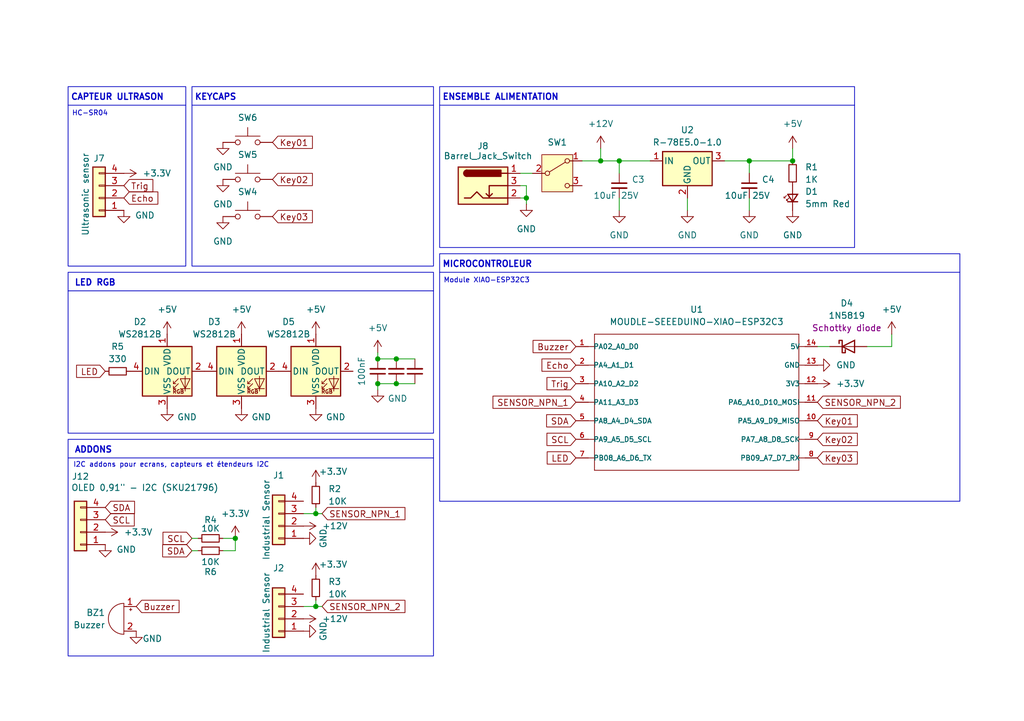
<source format=kicad_sch>
(kicad_sch (version 20250114) (generator "eeschema") (generator_version "9.0")
  (paper "A5")
  (title_block (title "PCB Otto Mks") (date "2025-01-21") (rev "1.0") (company "UniLaSalle Amiens - MakerSpace") (comment 1 "Adrien BRACQ - Remi LACOMBE") (comment 2 "https://makerspace-amiens.fr/otto-mks") (comment 3 "https://github.com/Makerspace-Amiens/otto-mks"))
  (lib_symbols
    (symbol "Connector:Barrel_Jack_Switch" (pin_names (hide yes))
      (property "Reference" "J" (at 0 5.334 0))
      (property "Value" "Barrel_Jack_Switch" (at 0 -5.08 0))
      (symbol "Barrel_Jack_Switch_0_1"
        (rectangle (start -5.08 3.81) (end 5.08 -3.81) (stroke (width 0.254)) (fill (type background)))
        (polyline (pts (xy -3.81 -2.54) (xy -2.54 -2.54) (xy -1.27 -1.27) (xy 0 -2.54) (xy 2.54 -2.54) (xy 5.08 -2.54)) (stroke (width 0.254)))
        (arc (start -3.302 1.905) (mid -3.9343 2.54) (end -3.302 3.175) (stroke (width 0.254)))
        (arc (start -3.302 1.905) (mid -3.9343 2.54) (end -3.302 3.175) (stroke (width 0.254)) (fill (type outline)))
        (polyline (pts (xy 1.27 -2.286) (xy 1.905 -1.651)) (stroke (width 0.254)))
        (rectangle (start 3.683 3.175) (end -3.302 1.905) (stroke (width 0.254)) (fill (type outline)))
        (polyline (pts (xy 5.08 2.54) (xy 3.81 2.54)) (stroke (width 0.254)))
        (polyline (pts (xy 5.08 0) (xy 1.27 0) (xy 1.27 -2.286) (xy 0.635 -1.651)) (stroke (width 0.254)))
      )
      (symbol "Barrel_Jack_Switch_1_1"
        (pin passive line (at 7.62 2.54 180) (length 2.54) (name "~") (number "1"))
        (pin passive line (at 7.62 0 180) (length 2.54) (name "~") (number "3"))
        (pin passive line (at 7.62 -2.54 180) (length 2.54) (name "~") (number "2"))
      )
    )
    (symbol "Connector_Generic:Conn_01x04" (pin_names (offset 1.016) (hide yes))
      (property "Reference" "J" (at 0 5.08 0))
      (property "Value" "Conn_01x04" (at 0 -7.62 0))
      (symbol "Conn_01x04_1_1"
        (rectangle (start -1.27 3.81) (end 1.27 -6.35) (stroke (width 0.254)) (fill (type background)))
        (rectangle (start -1.27 2.667) (end 0 2.413) (stroke (width 0.1524)))
        (rectangle (start -1.27 0.127) (end 0 -0.127) (stroke (width 0.1524)))
        (rectangle (start -1.27 -2.413) (end 0 -2.667) (stroke (width 0.1524)))
        (rectangle (start -1.27 -4.953) (end 0 -5.207) (stroke (width 0.1524)))
        (pin passive line (at -5.08 2.54 0) (length 3.81) (name "Pin_1") (number "1"))
        (pin passive line (at -5.08 0 0) (length 3.81) (name "Pin_2") (number "2"))
        (pin passive line (at -5.08 -2.54 0) (length 3.81) (name "Pin_3") (number "3"))
        (pin passive line (at -5.08 -5.08 0) (length 3.81) (name "Pin_4") (number "4"))
      )
    )
    (symbol "Device:Buzzer" (pin_names (offset 0.0254) (hide yes))
      (property "Reference" "BZ" (at 3.81 1.27 0))
      (property "Value" "Buzzer" (at 3.81 -1.27 0))
      (symbol "Buzzer_0_1"
        (polyline (pts (xy -1.651 1.905) (xy -1.143 1.905)))
        (polyline (pts (xy -1.397 2.159) (xy -1.397 1.651)))
        (arc (start 0 3.175) (mid 3.1612 0) (end 0 -3.175))
        (polyline (pts (xy 0 3.175) (xy 0 -3.175)))
      )
      (symbol "Buzzer_1_1"
        (pin passive line (at -2.54 2.54 0) (length 2.54) (name "+") (number "1"))
        (pin passive line (at -2.54 -2.54 0) (length 2.54) (name "-") (number "2"))
      )
    )
    (symbol "Device:C_Small" (pin_numbers (hide yes)) (pin_names (offset 0.254) (hide yes))
      (property "Reference" "C" (at 0.254 1.778 0))
      (property "Value" "C_Small" (at 0.254 -2.032 0))
      (symbol "C_Small_0_1"
        (polyline (pts (xy -1.524 0.508) (xy 1.524 0.508)) (stroke (width 0.3048)))
        (polyline (pts (xy -1.524 -0.508) (xy 1.524 -0.508)) (stroke (width 0.3302)))
      )
      (symbol "C_Small_1_1"
        (pin passive line (at 0 2.54 270) (length 2.032) (name "~") (number "1"))
        (pin passive line (at 0 -2.54 90) (length 2.032) (name "~") (number "2"))
      )
    )
    (symbol "Device:D_Schottky" (pin_numbers (hide yes)) (pin_names (offset 1.016) (hide yes))
      (property "Reference" "D" (at 0 2.54 0))
      (property "Value" "D_Schottky" (at 0 -2.54 0))
      (symbol "D_Schottky_0_1"
        (polyline (pts (xy -1.905 0.635) (xy -1.905 1.27) (xy -1.27 1.27) (xy -1.27 -1.27) (xy -0.635 -1.27) (xy -0.635 -0.635)) (stroke (width 0.254)))
        (polyline (pts (xy 1.27 1.27) (xy 1.27 -1.27) (xy -1.27 0) (xy 1.27 1.27)) (stroke (width 0.254)))
        (polyline (pts (xy 1.27 0) (xy -1.27 0)))
      )
      (symbol "D_Schottky_1_1"
        (pin passive line (at -3.81 0 0) (length 2.54) (name "K") (number "1"))
        (pin passive line (at 3.81 0 180) (length 2.54) (name "A") (number "2"))
      )
    )
    (symbol "Device:LED_Small" (pin_numbers (hide yes)) (pin_names (offset 0.254) (hide yes))
      (property "Reference" "D" (at -1.27 3.175 0))
      (property "Value" "LED_Small" (at -4.445 -2.54 0))
      (symbol "LED_Small_0_1"
        (polyline (pts (xy -0.762 -1.016) (xy -0.762 1.016)) (stroke (width 0.254)))
        (polyline (pts (xy 0 0.762) (xy -0.508 1.27) (xy -0.254 1.27) (xy -0.508 1.27) (xy -0.508 1.016)))
        (polyline (pts (xy 0.508 1.27) (xy 0 1.778) (xy 0.254 1.778) (xy 0 1.778) (xy 0 1.524)))
        (polyline (pts (xy 0.762 -1.016) (xy -0.762 0) (xy 0.762 1.016) (xy 0.762 -1.016)) (stroke (width 0.254)))
        (polyline (pts (xy 1.016 0) (xy -0.762 0)))
      )
      (symbol "LED_Small_1_1"
        (pin passive line (at -2.54 0 0) (length 1.778) (name "K") (number "1"))
        (pin passive line (at 2.54 0 180) (length 1.778) (name "A") (number "2"))
      )
    )
    (symbol "Device:R_Small" (pin_numbers (hide yes)) (pin_names (offset 0.254) (hide yes))
      (property "Reference" "R" (at 0.762 0.508 0))
      (property "Value" "R_Small" (at 0.762 -1.016 0))
      (symbol "R_Small_0_1"
        (rectangle (start -0.762 1.778) (end 0.762 -1.778) (stroke (width 0.2032)))
      )
      (symbol "R_Small_1_1"
        (pin passive line (at 0 2.54 270) (length 0.762) (name "~") (number "1"))
        (pin passive line (at 0 -2.54 90) (length 0.762) (name "~") (number "2"))
      )
    )
    (symbol "LED:WS2812B" (pin_names (offset 0.254))
      (property "Reference" "D" (at 5.08 5.715 0))
      (property "Value" "WS2812B" (at 1.27 -5.715 0))
      (symbol "WS2812B_0_0"
        (text "RGB" (at 2.286 -4.191 0) (effects (font (size 0.762 0.762))))
      )
      (symbol "WS2812B_0_1"
        (polyline (pts (xy 1.27 -2.54) (xy 1.778 -2.54)))
        (polyline (pts (xy 1.27 -3.556) (xy 1.778 -3.556)))
        (polyline (pts (xy 2.286 -1.524) (xy 1.27 -2.54) (xy 1.27 -2.032)))
        (polyline (pts (xy 2.286 -2.54) (xy 1.27 -3.556) (xy 1.27 -3.048)))
        (polyline (pts (xy 3.683 -1.016) (xy 3.683 -3.556) (xy 3.683 -4.064)))
        (polyline (pts (xy 4.699 -1.524) (xy 2.667 -1.524) (xy 3.683 -3.556) (xy 4.699 -1.524)))
        (polyline (pts (xy 4.699 -3.556) (xy 2.667 -3.556)))
        (rectangle (start 5.08 5.08) (end -5.08 -5.08) (stroke (width 0.254)) (fill (type background)))
      )
      (symbol "WS2812B_1_1"
        (pin input line (at -7.62 0 0) (length 2.54) (name "DIN") (number "4"))
        (pin power_in line (at 0 7.62 270) (length 2.54) (name "VDD") (number "1"))
        (pin power_in line (at 0 -7.62 90) (length 2.54) (name "VSS") (number "3"))
        (pin output line (at 7.62 0 180) (length 2.54) (name "DOUT") (number "2"))
      )
    )
    (symbol "MOUDLE-SEEEDUINO-XIAO-ESP32C3:MOUDLE-SEEEDUINO-XIAO-ESP32C3" (pin_names (offset 1.016))
      (property "Reference" "U" (at -21.59 15.24 0))
      (property "Value" "MOUDLE-SEEEDUINO-XIAO-ESP32C3" (at -21.59 13.97 0))
      (symbol "MOUDLE-SEEEDUINO-XIAO-ESP32C3_0_0"
        (polyline (pts (xy -21.59 13.97) (xy 20.32 13.97)) (stroke (width 0.1524)))
        (polyline (pts (xy -21.59 11.43) (xy -22.86 11.43)) (stroke (width 0.1524)))
        (polyline (pts (xy -21.59 11.43) (xy -21.59 13.97)) (stroke (width 0.1524)))
        (polyline (pts (xy -21.59 7.62) (xy -22.86 7.62)) (stroke (width 0.1524)))
        (polyline (pts (xy -21.59 7.62) (xy -21.59 11.43)) (stroke (width 0.1524)))
        (polyline (pts (xy -21.59 3.81) (xy -22.86 3.81)) (stroke (width 0.1524)))
        (polyline (pts (xy -21.59 3.81) (xy -21.59 7.62)) (stroke (width 0.1524)))
        (polyline (pts (xy -21.59 0) (xy -22.86 0)) (stroke (width 0.1524)))
        (polyline (pts (xy -21.59 0) (xy -21.59 3.81)) (stroke (width 0.1524)))
        (polyline (pts (xy -21.59 -3.81) (xy -22.86 -3.81)) (stroke (width 0.1524)))
        (polyline (pts (xy -21.59 -7.62) (xy -22.86 -7.62)) (stroke (width 0.1524)))
        (polyline (pts (xy -21.59 -11.43) (xy -22.86 -11.43)) (stroke (width 0.1524)))
        (polyline (pts (xy -21.59 -13.97) (xy -21.59 0)) (stroke (width 0.1524)))
        (polyline (pts (xy 20.32 13.97) (xy 20.32 11.43)) (stroke (width 0.1524)))
        (polyline (pts (xy 20.32 11.43) (xy 20.32 7.62)) (stroke (width 0.1524)))
        (polyline (pts (xy 20.32 7.62) (xy 20.32 3.81)) (stroke (width 0.1524)))
        (polyline (pts (xy 20.32 3.81) (xy 20.32 -13.97)) (stroke (width 0.1524)))
        (polyline (pts (xy 20.32 -13.97) (xy -21.59 -13.97)) (stroke (width 0.1524)))
        (polyline (pts (xy 21.59 11.43) (xy 20.32 11.43)) (stroke (width 0.1524)))
        (polyline (pts (xy 21.59 7.62) (xy 20.32 7.62)) (stroke (width 0.1524)))
        (polyline (pts (xy 21.59 3.81) (xy 20.32 3.81)) (stroke (width 0.1524)))
        (polyline (pts (xy 21.59 0) (xy 20.32 0)) (stroke (width 0.1524)))
        (polyline (pts (xy 21.59 -3.81) (xy 20.32 -3.81)) (stroke (width 0.1524)))
        (polyline (pts (xy 21.59 -7.62) (xy 20.32 -7.62)) (stroke (width 0.1524)))
        (polyline (pts (xy 21.59 -11.43) (xy 20.32 -11.43)) (stroke (width 0.1524)))
        (pin bidirectional line (at -25.4 11.43 0) (length 2.54) (name "PA02_A0_D0") (number "1"))
        (pin bidirectional line (at -25.4 7.62 0) (length 2.54) (name "PA4_A1_D1") (number "2"))
        (pin bidirectional line (at -25.4 3.81 0) (length 2.54) (name "PA10_A2_D2") (number "3"))
        (pin bidirectional line (at -25.4 0 0) (length 2.54) (name "PA11_A3_D3") (number "4"))
        (pin bidirectional line (at -25.4 -3.81 0) (length 2.54) (name "PA8_A4_D4_SDA") (number "5"))
        (pin bidirectional line (at -25.4 -7.62 0) (length 2.54) (name "PA9_A5_D5_SCL") (number "6"))
        (pin bidirectional line (at -25.4 -11.43 0) (length 2.54) (name "PB08_A6_D6_TX") (number "7"))
        (pin bidirectional line (at 24.13 11.43 180) (length 2.54) (name "5V") (number "14"))
        (pin bidirectional line (at 24.13 7.62 180) (length 2.54) (name "GND") (number "13"))
        (pin bidirectional line (at 24.13 3.81 180) (length 2.54) (name "3V3") (number "12"))
        (pin bidirectional line (at 24.13 0 180) (length 2.54) (name "PA6_A10_D10_MOSI") (number "11"))
        (pin bidirectional line (at 24.13 -3.81 180) (length 2.54) (name "PA5_A9_D9_MISO") (number "10"))
        (pin bidirectional line (at 24.13 -7.62 180) (length 2.54) (name "PA7_A8_D8_SCK") (number "9"))
        (pin bidirectional line (at 24.13 -11.43 180) (length 2.54) (name "PB09_A7_D7_RX") (number "8"))
      )
    )
    (symbol "Regulator_Switching:R-78E5.0-1.0" (pin_names (offset 0.254))
      (property "Reference" "U" (at -3.81 3.175 0))
      (property "Value" "R-78E5.0-1.0" (at 0 3.175 0))
      (symbol "R-78E5.0-1.0_0_1"
        (rectangle (start -5.08 1.905) (end 5.08 -5.08) (stroke (width 0.254)) (fill (type background)))
      )
      (symbol "R-78E5.0-1.0_1_1"
        (pin power_in line (at -7.62 0 0) (length 2.54) (name "IN") (number "1"))
        (pin power_in line (at 0 -7.62 90) (length 2.54) (name "GND") (number "2"))
        (pin power_out line (at 7.62 0 180) (length 2.54) (name "OUT") (number "3"))
      )
    )
    (symbol "Switch:SW_Push" (pin_numbers (hide yes)) (pin_names (offset 1.016) (hide yes))
      (property "Reference" "SW" (at 1.27 2.54 0))
      (property "Value" "SW_Push" (at 0 -1.524 0))
      (symbol "SW_Push_0_1"
        (circle (center -2.032 0) (radius 0.508))
        (polyline (pts (xy 0 1.27) (xy 0 3.048)))
        (circle (center 2.032 0) (radius 0.508))
        (polyline (pts (xy 2.54 1.27) (xy -2.54 1.27)))
        (pin passive line (at -5.08 0 0) (length 2.54) (name "1") (number "1"))
        (pin passive line (at 5.08 0 180) (length 2.54) (name "2") (number "2"))
      )
    )
    (symbol "Switch:SW_SPDT" (pin_names (offset 0) (hide yes))
      (property "Reference" "SW" (at 0 5.08 0))
      (property "Value" "SW_SPDT" (at 0 -5.08 0))
      (symbol "SW_SPDT_0_1"
        (circle (center -2.032 0) (radius 0.4572))
        (polyline (pts (xy -1.651 0.254) (xy 1.651 2.286)))
        (circle (center 2.032 2.54) (radius 0.4572))
        (circle (center 2.032 -2.54) (radius 0.4572))
      )
      (symbol "SW_SPDT_1_1"
        (rectangle (start -3.175 3.81) (end 3.175 -3.81) (fill (type background)))
        (pin passive line (at -5.08 0 0) (length 2.54) (name "B") (number "2"))
        (pin passive line (at 5.08 2.54 180) (length 2.54) (name "A") (number "1"))
        (pin passive line (at 5.08 -2.54 180) (length 2.54) (name "C") (number "3"))
      )
    )
    (symbol "power:+12V" (power) (pin_numbers (hide yes)) (pin_names (offset 0) (hide yes))
      (property "Value" "+12V" (at 0 3.556 0))
      (symbol "+12V_0_1"
        (polyline (pts (xy -0.762 1.27) (xy 0 2.54)))
        (polyline (pts (xy 0 2.54) (xy 0.762 1.27)))
        (polyline (pts (xy 0 0) (xy 0 2.54)))
      )
      (symbol "+12V_1_1"
        (pin power_in line (at 0 0 90) (length 0) (name "~") (number "1"))
      )
    )
    (symbol "power:+3.3V" (power) (pin_numbers (hide yes)) (pin_names (offset 0) (hide yes))
      (property "Value" "+3.3V" (at 0 3.556 0))
      (symbol "+3.3V_0_1"
        (polyline (pts (xy -0.762 1.27) (xy 0 2.54)))
        (polyline (pts (xy 0 2.54) (xy 0.762 1.27)))
        (polyline (pts (xy 0 0) (xy 0 2.54)))
      )
      (symbol "+3.3V_1_1"
        (pin power_in line (at 0 0 90) (length 0) (name "~") (number "1"))
      )
    )
    (symbol "power:+5V" (power) (pin_numbers (hide yes)) (pin_names (offset 0) (hide yes))
      (property "Value" "+5V" (at 0 3.556 0))
      (symbol "+5V_0_1"
        (polyline (pts (xy -0.762 1.27) (xy 0 2.54)))
        (polyline (pts (xy 0 2.54) (xy 0.762 1.27)))
        (polyline (pts (xy 0 0) (xy 0 2.54)))
      )
      (symbol "+5V_1_1"
        (pin power_in line (at 0 0 90) (length 0) (name "~") (number "1"))
      )
    )
    (symbol "power:GND" (power) (pin_numbers (hide yes)) (pin_names (offset 0) (hide yes))
      (property "Value" "GND" (at 0 -3.81 0))
      (symbol "GND_0_1"
        (polyline (pts (xy 0 0) (xy 0 -1.27) (xy 1.27 -1.27) (xy 0 -2.54) (xy -1.27 -1.27) (xy 0 -1.27)))
      )
      (symbol "GND_1_1"
        (pin power_in line (at 0 0 270) (length 0) (name "~") (number "1"))
      )
    )
  )
  (rectangle (start 13.97 90.17) (end 88.9 134.62))
  (rectangle (start 39.37 17.78) (end 88.9 54.61))
  (rectangle (start 90.17 52.07) (end 196.85 102.87))
  (rectangle (start 13.97 17.78) (end 38.1 54.61))
  (rectangle (start 90.17 17.78) (end 175.26 50.8))
  (rectangle (start 13.97 55.88) (end 88.9 88.9))
  (text "HC-SR04" (at 14.732 23.368 0) (effects (font (size 1.016 1.016)) (justify left)))
  (text "CAPTEUR ULTRASON" (at 14.478 20.066 0) (effects (font (size 1.27 1.27) (thickness 0.254) (bold yes)) (justify left)))
  (text "LED RGB" (at 15.24 58.166 0) (effects (font (size 1.27 1.27) (thickness 0.254) (bold yes)) (justify left)))
  (text "ADDONS" (at 15.24 92.456 0) (effects (font (size 1.27 1.27) (thickness 0.254) (bold yes)) (justify left)))
  (text "ENSEMBLE ALIMENTATION" (at 90.678 20.066 0) (effects (font (size 1.27 1.27) (thickness 0.254) (bold yes)) (justify left)))
  (text "KEYCAPS" (at 39.878 20.066 0) (effects (font (size 1.27 1.27) (thickness 0.254) (bold yes)) (justify left)))
  (text "Module XIAO-ESP32C3" (at 90.932 57.658 0) (effects (font (size 1.016 1.016)) (justify left)))
  (text "I2C addons pour ecrans, capteurs et étendeurs I2C" (at 14.986 95.504 0) (effects (font (size 1.016 1.016)) (justify left)))
  (text "MICROCONTROLEUR" (at 90.678 54.356 0) (effects (font (size 1.27 1.27) (thickness 0.254) (bold yes)) (justify left)))
  (junction (at 81.28 78.74))
  (junction (at 127 33.02))
  (junction (at 48.26 110.49))
  (junction (at 153.67 33.02))
  (junction (at 162.56 33.02))
  (junction (at 81.28 73.66))
  (junction (at 77.47 73.66))
  (junction (at 123.19 33.02))
  (junction (at 64.77 124.46))
  (junction (at 107.95 40.64))
  (junction (at 64.77 105.41))
  (junction (at 77.47 78.74))
  (wire (pts (xy 106.68 38.1) (xy 107.95 38.1)))
  (wire (pts (xy 39.37 110.49) (xy 40.64 110.49)))
  (wire (pts (xy 48.26 113.03) (xy 48.26 110.49)))
  (wire (pts (xy 66.04 124.46) (xy 64.77 124.46)))
  (wire (pts (xy 127 40.64) (xy 127 43.18)))
  (polyline (pts (xy 90.17 55.88) (xy 196.85 55.88)))
  (wire (pts (xy 106.68 35.56) (xy 109.22 35.56)))
  (wire (pts (xy 182.88 71.12) (xy 182.88 68.58)))
  (wire (pts (xy 77.47 73.66) (xy 81.28 73.66)))
  (wire (pts (xy 66.04 105.41) (xy 64.77 105.41)))
  (wire (pts (xy 167.64 71.12) (xy 170.18 71.12)))
  (wire (pts (xy 127 33.02) (xy 127 35.56)))
  (wire (pts (xy 123.19 33.02) (xy 127 33.02)))
  (wire (pts (xy 127 33.02) (xy 133.35 33.02)))
  (wire (pts (xy 140.97 43.18) (xy 140.97 40.64)))
  (wire (pts (xy 107.95 40.64) (xy 106.68 40.64)))
  (polyline (pts (xy 90.17 21.59) (xy 175.26 21.59)))
  (wire (pts (xy 64.77 104.14) (xy 64.77 105.41)))
  (wire (pts (xy 77.47 78.74) (xy 77.47 80.01)))
  (wire (pts (xy 119.38 33.02) (xy 123.19 33.02)))
  (wire (pts (xy 81.28 73.66) (xy 85.09 73.66)))
  (wire (pts (xy 162.56 30.48) (xy 162.56 33.02)))
  (wire (pts (xy 64.77 123.19) (xy 64.77 124.46)))
  (wire (pts (xy 107.95 41.91) (xy 107.95 40.64)))
  (wire (pts (xy 148.59 33.02) (xy 153.67 33.02)))
  (polyline (pts (xy 39.37 21.59) (xy 88.9 21.59)))
  (wire (pts (xy 64.77 105.41) (xy 62.23 105.41)))
  (wire (pts (xy 177.8 71.12) (xy 182.88 71.12)))
  (wire (pts (xy 45.72 113.03) (xy 48.26 113.03)))
  (polyline (pts (xy 13.97 21.59) (xy 38.1 21.59)))
  (wire (pts (xy 64.77 124.46) (xy 62.23 124.46)))
  (wire (pts (xy 107.95 38.1) (xy 107.95 40.64)))
  (wire (pts (xy 153.67 33.02) (xy 162.56 33.02)))
  (polyline (pts (xy 13.97 59.69) (xy 88.9 59.69)))
  (wire (pts (xy 39.37 113.03) (xy 40.64 113.03)))
  (wire (pts (xy 81.28 78.74) (xy 85.09 78.74)))
  (wire (pts (xy 48.26 110.49) (xy 45.72 110.49)))
  (polyline (pts (xy 13.97 93.98) (xy 88.9 93.98)))
  (wire (pts (xy 77.47 72.39) (xy 77.47 73.66)))
  (wire (pts (xy 153.67 33.02) (xy 153.67 35.56)))
  (wire (pts (xy 153.67 40.64) (xy 153.67 43.18)))
  (wire (pts (xy 77.47 78.74) (xy 81.28 78.74)))
  (wire (pts (xy 123.19 30.48) (xy 123.19 33.02)))
  (global_label "Key03" (shape input) (at 55.88 44.45 0) (property "Intersheetrefs" "${INTERSHEET_REFS}" (effects (hide yes))))
  (global_label "SENSOR_NPN_2" (shape input) (at 167.64 82.55 0) (property "Intersheetrefs" "${INTERSHEET_REFS}" (effects (hide yes))))
  (global_label "SCL" (shape input) (at 21.59 106.68 0) (property "Intersheetrefs" "${INTERSHEET_REFS}" (effects (hide yes))))
  (global_label "Key01" (shape input) (at 55.88 29.21 0) (property "Intersheetrefs" "${INTERSHEET_REFS}" (effects (hide yes))))
  (global_label "LED" (shape input) (at 21.59 76.2 180) (property "Intersheetrefs" "${INTERSHEET_REFS}" (effects (hide yes))))
  (global_label "Trig" (shape input) (at 25.4 38.1 0) (property "Intersheetrefs" "${INTERSHEET_REFS}" (effects (hide yes))))
  (global_label "SENSOR_NPN_1" (shape input) (at 66.04 105.41 0) (property "Intersheetrefs" "${INTERSHEET_REFS}" (effects (hide yes))))
  (global_label "Buzzer" (shape input) (at 118.11 71.12 180) (property "Intersheetrefs" "${INTERSHEET_REFS}" (effects (hide yes))))
  (global_label "SENSOR_NPN_2" (shape input) (at 66.04 124.46 0) (property "Intersheetrefs" "${INTERSHEET_REFS}" (effects (hide yes))))
  (global_label "Key02" (shape input) (at 167.64 90.17 0) (property "Intersheetrefs" "${INTERSHEET_REFS}" (effects (hide yes))))
  (global_label "Key02" (shape input) (at 55.88 36.83 0) (property "Intersheetrefs" "${INTERSHEET_REFS}" (effects (hide yes))))
  (global_label "SDA" (shape input) (at 39.37 113.03 180) (property "Intersheetrefs" "${INTERSHEET_REFS}" (effects (hide yes))))
  (global_label "SCL" (shape input) (at 39.37 110.49 180) (property "Intersheetrefs" "${INTERSHEET_REFS}" (effects (hide yes))))
  (global_label "SDA" (shape input) (at 118.11 86.36 180) (property "Intersheetrefs" "${INTERSHEET_REFS}" (effects (hide yes))))
  (global_label "Key03" (shape input) (at 167.64 93.98 0) (property "Intersheetrefs" "${INTERSHEET_REFS}" (effects (hide yes))))
  (global_label "Key01" (shape input) (at 167.64 86.36 0) (property "Intersheetrefs" "${INTERSHEET_REFS}" (effects (hide yes))))
  (global_label "Echo" (shape input) (at 118.11 74.93 180) (property "Intersheetrefs" "${INTERSHEET_REFS}" (effects (hide yes))))
  (global_label "Echo" (shape input) (at 25.4 40.64 0) (property "Intersheetrefs" "${INTERSHEET_REFS}" (effects (hide yes))))
  (global_label "Trig" (shape input) (at 118.11 78.74 180) (property "Intersheetrefs" "${INTERSHEET_REFS}" (effects (hide yes))))
  (global_label "SDA" (shape input) (at 21.59 104.14 0) (property "Intersheetrefs" "${INTERSHEET_REFS}" (effects (hide yes))))
  (global_label "Buzzer" (shape input) (at 27.94 124.46 0) (property "Intersheetrefs" "${INTERSHEET_REFS}" (effects (hide yes))))
  (global_label "SCL" (shape input) (at 118.11 90.17 180) (property "Intersheetrefs" "${INTERSHEET_REFS}" (effects (hide yes))))
  (global_label "LED" (shape input) (at 118.11 93.98 180) (property "Intersheetrefs" "${INTERSHEET_REFS}" (effects (hide yes))))
  (global_label "SENSOR_NPN_1" (shape input) (at 118.11 82.55 180) (property "Intersheetrefs" "${INTERSHEET_REFS}" (effects (hide yes))))
  (symbol (lib_id "power:GND") (at 21.59 111.76 0) (unit 1)
    (property "Reference" "#PWR032" (effects (hide yes)))
    (property "Value" "GND" (at 25.908 112.776 0))
    (property "Description" "Power symbol creates a global label with name \"GND\" , ground" (effects (hide yes)))
  )
  (symbol (lib_id "power:GND") (at 167.64 74.93 90) (unit 1)
    (property "Reference" "#PWR05" (effects (hide yes)))
    (property "Value" "GND" (at 171.45 74.9299 90) (effects (justify right)))
    (property "Description" "Power symbol creates a global label with name \"GND\" , ground" (effects (hide yes)))
  )
  (symbol (lib_id "Switch:SW_Push") (at 50.8 29.21 0) (unit 1)
    (property "Reference" "SW6" (at 50.8 24.13 0))
    (property "Value" "CherryMX" (effects (hide yes)))
    (property "Footprint" "Button_Switch_Keyboard:SW_Cherry_MX_1.00u_PCB" (effects (hide yes)))
    (property "Description" "Push button switch, generic, two pins" (effects (hide yes)))
  )
  (symbol (lib_id "power:+3.3V") (at 21.59 109.22 270) (unit 1)
    (property "Reference" "#PWR031" (effects (hide yes)))
    (property "Value" "+3.3V" (at 25.4 109.2199 90) (effects (justify left)))
    (property "Description" "Power symbol creates a global label with name \"+3.3V\"" (effects (hide yes)))
  )
  (symbol (lib_id "Switch:SW_Push") (at 50.8 44.45 0) (unit 1)
    (property "Reference" "SW4" (at 50.8 39.37 0))
    (property "Value" "CherryMX" (effects (hide yes)))
    (property "Footprint" "Button_Switch_Keyboard:SW_Cherry_MX_1.00u_PCB" (effects (hide yes)))
    (property "Description" "Push button switch, generic, two pins" (effects (hide yes)))
  )
  (symbol (lib_id "Connector_Generic:Conn_01x04") (at 57.15 107.95 180) (unit 1)
    (property "Reference" "J1" (at 57.15 97.536 0))
    (property "Value" "Industrial Sensor" (at 54.61 106.68 90))
    (property "Footprint" "Connector_Molex:Molex_KK-254_AE-6410-04A_1x04_P2.54mm_Vertical" (effects (hide yes)))
    (property "Description" "Generic connector, single row, 01x04, script generated (kicad-library-utils/schlib/autogen/connector/)" (effects (hide yes)))
  )
  (symbol (lib_id "power:+12V") (at 62.23 127 270) (unit 1)
    (property "Reference" "#PWR021" (effects (hide yes)))
    (property "Value" "+12V" (at 66.04 126.9999 90) (effects (justify left)))
    (property "Description" "Power symbol creates a global label with name \"+12V\"" (effects (hide yes)))
  )
  (symbol (lib_id "power:GND") (at 140.97 43.18 0) (unit 1)
    (property "Reference" "#PWR03" (effects (hide yes)))
    (property "Value" "GND" (at 140.97 48.26 0))
    (property "Description" "Power symbol creates a global label with name \"GND\" , ground" (effects (hide yes)))
  )
  (symbol (lib_id "Device:C_Small") (at 81.28 76.2 180) (unit 1)
    (property "Reference" "C6" (effects (hide yes)))
    (property "Value" "100nF" (effects (hide yes)))
    (property "Footprint" "Capacitor_SMD:C_1206_3216Metric_Pad1.33x1.80mm_HandSolder" (effects (hide yes)))
    (property "Description" "Unpolarized capacitor, small symbol" (effects (hide yes)))
  )
  (symbol (lib_id "Connector:Barrel_Jack_Switch") (at 99.06 38.1 0) (unit 1)
    (property "Reference" "J8" (at 99.06 29.972 0))
    (property "Value" "Barrel_Jack_Switch" (at 100.076 32.004 0))
    (property "Footprint" "Connector_BarrelJack:BarrelJack_Horizontal" (effects (hide yes)))
    (property "Description" "DC Barrel Jack with an internal switch" (effects (hide yes)))
  )
  (symbol (lib_id "Regulator_Switching:R-78E5.0-1.0") (at 140.97 33.02 0) (unit 1)
    (property "Reference" "U2" (at 140.97 26.67 0))
    (property "Value" "R-78E5.0-1.0" (at 140.97 29.21 0))
    (property "Footprint" "Converter_DCDC:Converter_DCDC_RECOM_R-78E-0.5_THT" (effects (hide yes)))
    (property "Datasheet" "https://www.recom-power.com/pdf/Innoline/R-78Exx-1.0.pdf" (effects (hide yes)))
    (property "Description" "1A Step-Down DC/DC-Regulator, 7-28V input, 5V fixed Output Voltage, LM78xx replacement, -40°C to +85°C, SIP3" (effects (hide yes)))
  )
  (symbol (lib_id "Device:R_Small") (at 162.56 35.56 0) (unit 1)
    (property "Reference" "R1" (at 165.1 34.2899 0) (effects (justify left)))
    (property "Value" "1K" (at 165.1 36.8299 0) (effects (justify left)))
    (property "Footprint" "Resistor_SMD:R_1206_3216Metric_Pad1.30x1.75mm_HandSolder" (effects (hide yes)))
    (property "Description" "Resistor, small symbol" (effects (hide yes)))
  )
  (symbol (lib_id "Device:Buzzer") (at 25.4 127 0) (mirror y) (unit 1)
    (property "Reference" "BZ1" (at 21.59 125.7299 0) (effects (justify left)))
    (property "Value" "Buzzer" (at 21.59 128.2699 0) (effects (justify left)))
    (property "Footprint" "Buzzer_Beeper:Buzzer_12x9.5RM7.6" (effects (hide yes)))
    (property "Description" "Buzzer, polarized" (effects (hide yes)))
  )
  (symbol (lib_id "power:GND") (at 62.23 110.49 90) (unit 1)
    (property "Reference" "#PWR09" (effects (hide yes)))
    (property "Value" "GND" (at 66.294 110.49 0))
    (property "Description" "Power symbol creates a global label with name \"GND\" , ground" (effects (hide yes)))
  )
  (symbol (lib_id "power:GND") (at 77.47 80.01 0) (unit 1)
    (property "Reference" "#PWR019" (effects (hide yes)))
    (property "Value" "GND" (at 81.534 81.788 0))
    (property "Description" "Power symbol creates a global label with name \"GND\" , ground" (effects (hide yes)))
  )
  (symbol (lib_id "power:+3.3V") (at 64.77 118.11 0) (unit 1)
    (property "Reference" "#PWR034" (effects (hide yes)))
    (property "Value" "+3.3V" (at 68.326 115.824 0))
    (property "Description" "Power symbol creates a global label with name \"+3.3V\"" (effects (hide yes)))
  )
  (symbol (lib_id "power:+3.3V") (at 48.26 110.49 0) (unit 1)
    (property "Reference" "#PWR036" (effects (hide yes)))
    (property "Value" "+3.3V" (at 48.26 105.41 0))
    (property "Description" "Power symbol creates a global label with name \"+3.3V\"" (effects (hide yes)))
  )
  (symbol (lib_id "LED:WS2812B") (at 49.53 76.2 0) (unit 1)
    (property "Reference" "D3" (at 43.942 66.04 0))
    (property "Value" "WS2812B" (at 43.942 68.58 0))
    (property "Footprint" "LED_SMD:LED_WS2812B_PLCC4_5.0x5.0mm_P3.2mm" (effects (hide yes)))
    (property "Datasheet" "https://cdn-shop.adafruit.com/datasheets/WS2812B.pdf" (effects (hide yes)))
    (property "Description" "RGB LED with integrated controller" (effects (hide yes)))
  )
  (symbol (lib_id "power:GND") (at 45.72 29.21 0) (unit 1)
    (property "Reference" "#PWR08" (effects (hide yes)))
    (property "Value" "GND" (at 45.72 34.29 0))
    (property "Description" "Power symbol creates a global label with name \"GND\" , ground" (effects (hide yes)))
  )
  (symbol (lib_id "power:+5V") (at 182.88 68.58 0) (unit 1)
    (property "Reference" "#PWR04" (effects (hide yes)))
    (property "Value" "+5V" (at 182.88 63.5 0))
    (property "Description" "Power symbol creates a global label with name \"+5V\"" (effects (hide yes)))
  )
  (symbol (lib_id "Device:C_Small") (at 77.47 76.2 180) (unit 1)
    (property "Reference" "C5" (effects (hide yes)))
    (property "Value" "100nF" (at 74.168 79.248 90) (effects (justify right)))
    (property "Footprint" "Capacitor_SMD:C_1206_3216Metric_Pad1.33x1.80mm_HandSolder" (effects (hide yes)))
    (property "Description" "Unpolarized capacitor, small symbol" (effects (hide yes)))
  )
  (symbol (lib_id "power:GND") (at 64.77 83.82 0) (unit 1)
    (property "Reference" "#PWR016" (effects (hide yes)))
    (property "Value" "GND" (at 68.834 85.598 0))
    (property "Description" "Power symbol creates a global label with name \"GND\" , ground" (effects (hide yes)))
  )
  (symbol (lib_id "power:GND") (at 45.72 44.45 0) (unit 1)
    (property "Reference" "#PWR02" (effects (hide yes)))
    (property "Value" "GND" (at 45.72 49.53 0))
    (property "Description" "Power symbol creates a global label with name \"GND\" , ground" (effects (hide yes)))
  )
  (symbol (lib_id "power:+5V") (at 64.77 68.58 0) (unit 1)
    (property "Reference" "#PWR015" (effects (hide yes)))
    (property "Value" "+5V" (at 64.77 63.5 0))
    (property "Description" "Power symbol creates a global label with name \"+5V\"" (effects (hide yes)))
  )
  (symbol (lib_id "power:+5V") (at 49.53 68.58 0) (unit 1)
    (property "Reference" "#PWR013" (effects (hide yes)))
    (property "Value" "+5V" (at 49.53 63.5 0))
    (property "Description" "Power symbol creates a global label with name \"+5V\"" (effects (hide yes)))
  )
  (symbol (lib_id "Switch:SW_Push") (at 50.8 36.83 0) (unit 1)
    (property "Reference" "SW5" (at 50.8 31.75 0))
    (property "Value" "CherryMX" (effects (hide yes)))
    (property "Footprint" "Button_Switch_Keyboard:SW_Cherry_MX_1.00u_PCB" (effects (hide yes)))
    (property "Description" "Push button switch, generic, two pins" (effects (hide yes)))
  )
  (symbol (lib_id "power:GND") (at 153.67 43.18 0) (unit 1)
    (property "Reference" "#PWR042" (effects (hide yes)))
    (property "Value" "GND" (at 153.67 48.26 0))
    (property "Description" "Power symbol creates a global label with name \"GND\" , ground" (effects (hide yes)))
  )
  (symbol (lib_id "LED:WS2812B") (at 34.29 76.2 0) (unit 1)
    (property "Reference" "D2" (at 28.702 66.04 0))
    (property "Value" "WS2812B" (at 28.702 68.58 0))
    (property "Footprint" "LED_SMD:LED_WS2812B_PLCC4_5.0x5.0mm_P3.2mm" (effects (hide yes)))
    (property "Datasheet" "https://cdn-shop.adafruit.com/datasheets/WS2812B.pdf" (effects (hide yes)))
    (property "Description" "RGB LED with integrated controller" (effects (hide yes)))
  )
  (symbol (lib_id "LED:WS2812B") (at 64.77 76.2 0) (unit 1)
    (property "Reference" "D5" (at 59.182 66.04 0))
    (property "Value" "WS2812B" (at 59.182 68.58 0))
    (property "Footprint" "LED_SMD:LED_WS2812B_PLCC4_5.0x5.0mm_P3.2mm" (effects (hide yes)))
    (property "Datasheet" "https://cdn-shop.adafruit.com/datasheets/WS2812B.pdf" (effects (hide yes)))
    (property "Description" "RGB LED with integrated controller" (effects (hide yes)))
  )
  (symbol (lib_id "power:+3.3V") (at 25.4 35.56 270) (unit 1)
    (property "Reference" "#PWR023" (effects (hide yes)))
    (property "Value" "+3.3V" (at 29.21 35.5599 90) (effects (justify left)))
    (property "Description" "Power symbol creates a global label with name \"+3.3V\"" (effects (hide yes)))
  )
  (symbol (lib_id "power:GND") (at 49.53 83.82 0) (unit 1)
    (property "Reference" "#PWR014" (effects (hide yes)))
    (property "Value" "GND" (at 53.594 85.598 0))
    (property "Description" "Power symbol creates a global label with name \"GND\" , ground" (effects (hide yes)))
  )
  (symbol (lib_id "Connector_Generic:Conn_01x04") (at 16.51 109.22 180) (unit 1)
    (property "Reference" "J12" (at 16.51 97.79 0))
    (property "Value" "OLED 0,91\" - I2C (SKU21796)" (at 29.718 100.076 0))
    (property "Footprint" "Connector_PinSocket_2.54mm:PinSocket_1x04_P2.54mm_Vertical" (effects (hide yes)))
    (property "Datasheet" "https://www.gotronic.fr/art-afficheur-oled-0-91-sku21796-35038.htm" (effects (hide yes)))
    (property "Description" "Generic connector, single row, 01x04, script generated (kicad-library-utils/schlib/autogen/connector/)" (effects (hide yes)))
  )
  (symbol (lib_id "Device:R_Small") (at 64.77 120.65 0) (unit 1)
    (property "Reference" "R3" (at 67.31 119.3799 0) (effects (justify left)))
    (property "Value" "10K" (at 67.31 121.9199 0) (effects (justify left)))
    (property "Footprint" "Resistor_SMD:R_1206_3216Metric_Pad1.30x1.75mm_HandSolder" (effects (hide yes)))
    (property "Description" "Resistor, small symbol" (effects (hide yes)))
  )
  (symbol (lib_id "Device:R_Small") (at 43.18 110.49 270) (unit 1)
    (property "Reference" "R4" (at 43.18 106.68 90))
    (property "Value" "10K" (at 43.18 108.458 90))
    (property "Footprint" "Resistor_SMD:R_1206_3216Metric_Pad1.30x1.75mm_HandSolder" (effects (hide yes)))
    (property "Description" "Resistor, small symbol" (effects (hide yes)))
  )
  (symbol (lib_id "power:GND") (at 62.23 129.54 90) (unit 1)
    (property "Reference" "#PWR024" (effects (hide yes)))
    (property "Value" "GND" (at 66.294 129.54 0))
    (property "Description" "Power symbol creates a global label with name \"GND\" , ground" (effects (hide yes)))
  )
  (symbol (lib_id "Device:C_Small") (at 85.09 76.2 180) (unit 1)
    (property "Reference" "C7" (effects (hide yes)))
    (property "Value" "100nF" (effects (hide yes)))
    (property "Footprint" "Capacitor_SMD:C_1206_3216Metric_Pad1.33x1.80mm_HandSolder" (effects (hide yes)))
    (property "Description" "Unpolarized capacitor, small symbol" (effects (hide yes)))
  )
  (symbol (lib_id "Device:LED_Small") (at 162.56 40.64 90) (unit 1)
    (property "Reference" "D1" (at 165.1 39.3064 90) (effects (justify right)))
    (property "Value" "5mm Red" (at 165.1 41.8464 90) (effects (justify right)))
    (property "Footprint" "LED_SMD:LED_1206_3216Metric_Pad1.42x1.75mm_HandSolder" (effects (hide yes)))
    (property "Description" "Light emitting diode, small symbol" (effects (hide yes)))
  )
  (symbol (lib_id "Device:C_Small") (at 127 38.1 0) (unit 1)
    (property "Reference" "C3" (at 129.54 36.8362 0) (effects (justify left)))
    (property "Value" "10uF 25V" (at 121.666 40.132 0) (effects (justify left)))
    (property "Footprint" "Capacitor_THT:C_Disc_D6.0mm_W2.5mm_P5.00mm" (effects (hide yes)))
    (property "Description" "Unpolarized capacitor, small symbol" (effects (hide yes)))
  )
  (symbol (lib_id "Device:C_Small") (at 153.67 38.1 0) (unit 1)
    (property "Reference" "C4" (at 156.21 36.8362 0) (effects (justify left)))
    (property "Value" "10uF 25V" (at 148.59 40.132 0) (effects (justify left)))
    (property "Footprint" "Capacitor_THT:C_Disc_D6.0mm_W2.5mm_P5.00mm" (effects (hide yes)))
    (property "Description" "Unpolarized capacitor, small symbol" (effects (hide yes)))
  )
  (symbol (lib_id "power:+3.3V") (at 167.64 78.74 270) (unit 1)
    (property "Reference" "#PWR025" (effects (hide yes)))
    (property "Value" "+3.3V" (at 171.45 78.7399 90) (effects (justify left)))
    (property "Description" "Power symbol creates a global label with name \"+3.3V\"" (effects (hide yes)))
  )
  (symbol (lib_id "power:+3.3V") (at 64.77 99.06 0) (unit 1)
    (property "Reference" "#PWR033" (effects (hide yes)))
    (property "Value" "+3.3V" (at 68.326 96.774 0))
    (property "Description" "Power symbol creates a global label with name \"+3.3V\"" (effects (hide yes)))
  )
  (symbol (lib_id "Device:R_Small") (at 24.13 76.2 90) (unit 1)
    (property "Reference" "R5" (at 24.13 71.12 90))
    (property "Value" "330" (at 24.13 73.66 90))
    (property "Footprint" "Resistor_SMD:R_1206_3216Metric_Pad1.30x1.75mm_HandSolder" (effects (hide yes)))
    (property "Description" "Resistor, small symbol" (effects (hide yes)))
  )
  (symbol (lib_id "Device:R_Small") (at 64.77 101.6 0) (unit 1)
    (property "Reference" "R2" (at 67.31 100.3299 0) (effects (justify left)))
    (property "Value" "10K" (at 67.31 102.8699 0) (effects (justify left)))
    (property "Footprint" "Resistor_SMD:R_1206_3216Metric_Pad1.30x1.75mm_HandSolder" (effects (hide yes)))
    (property "Description" "Resistor, small symbol" (effects (hide yes)))
  )
  (symbol (lib_id "power:GND") (at 27.94 129.54 0) (unit 1)
    (property "Reference" "#PWR017" (effects (hide yes)))
    (property "Value" "GND" (at 31.242 131.064 0))
    (property "Description" "Power symbol creates a global label with name \"GND\" , ground" (effects (hide yes)))
  )
  (symbol (lib_id "power:GND") (at 162.56 43.18 0) (unit 1)
    (property "Reference" "#PWR06" (effects (hide yes)))
    (property "Value" "GND" (at 162.56 48.26 0))
    (property "Description" "Power symbol creates a global label with name \"GND\" , ground" (effects (hide yes)))
  )
  (symbol (lib_id "power:+5V") (at 77.47 72.39 0) (unit 1)
    (property "Reference" "#PWR020" (effects (hide yes)))
    (property "Value" "+5V" (at 77.47 67.31 0))
    (property "Description" "Power symbol creates a global label with name \"+5V\"" (effects (hide yes)))
  )
  (symbol (lib_id "Connector_Generic:Conn_01x04") (at 57.15 127 180) (unit 1)
    (property "Reference" "J2" (at 57.15 116.586 0))
    (property "Value" "Industrial Sensor" (at 54.61 125.73 90))
    (property "Footprint" "Connector_Molex:Molex_KK-254_AE-6410-04A_1x04_P2.54mm_Vertical" (effects (hide yes)))
    (property "Description" "Generic connector, single row, 01x04, script generated (kicad-library-utils/schlib/autogen/connector/)" (effects (hide yes)))
  )
  (symbol (lib_id "power:+12V") (at 123.19 30.48 0) (unit 1)
    (property "Reference" "#PWR018" (effects (hide yes)))
    (property "Value" "+12V" (at 123.19 25.4 0))
    (property "Description" "Power symbol creates a global label with name \"+12V\"" (effects (hide yes)))
  )
  (symbol (lib_id "power:+12V") (at 62.23 107.95 270) (unit 1)
    (property "Reference" "#PWR010" (effects (hide yes)))
    (property "Value" "+12V" (at 66.04 107.9499 90) (effects (justify left)))
    (property "Description" "Power symbol creates a global label with name \"+12V\"" (effects (hide yes)))
  )
  (symbol (lib_id "Switch:SW_SPDT") (at 114.3 35.56 0) (unit 1)
    (property "Reference" "SW1" (at 114.3 29.21 0))
    (property "Value" "SW_SPDT" (effects (hide yes)))
    (property "Footprint" "100SP1T1B4M2QE:SW_100SP1T1B4M2QE" (effects (hide yes)))
    (property "Description" "Switch, single pole double throw" (effects (hide yes)))
  )
  (symbol (lib_id "MOUDLE-SEEEDUINO-XIAO-ESP32C3:MOUDLE-SEEEDUINO-XIAO-ESP32C3") (at 143.51 82.55 0) (unit 1)
    (property "Reference" "U1" (at 142.875 63.5 0))
    (property "Value" "MOUDLE-SEEEDUINO-XIAO-ESP32C3" (at 142.875 66.04 0))
    (property "Footprint" "Seeed Studio XIAO Series Library:XIAO-ESP32C3-DIP" (effects (hide yes)))
  )
  (symbol (lib_id "Connector_Generic:Conn_01x04") (at 20.32 40.64 180) (unit 1)
    (property "Reference" "J7" (at 20.32 32.512 0))
    (property "Value" "Ultrasonic sensor" (at 17.526 39.878 90))
    (property "Footprint" "Connector_PinSocket_2.54mm:PinSocket_1x04_P2.54mm_Vertical" (effects (hide yes)))
    (property "Description" "Generic connector, single row, 01x04, script generated (kicad-library-utils/schlib/autogen/connector/)" (effects (hide yes)))
  )
  (symbol (lib_id "power:GND") (at 45.72 36.83 0) (unit 1)
    (property "Reference" "#PWR07" (effects (hide yes)))
    (property "Value" "GND" (at 45.72 41.91 0))
    (property "Description" "Power symbol creates a global label with name \"GND\" , ground" (effects (hide yes)))
  )
  (symbol (lib_id "power:+5V") (at 34.29 68.58 0) (unit 1)
    (property "Reference" "#PWR011" (effects (hide yes)))
    (property "Value" "+5V" (at 34.29 63.5 0))
    (property "Description" "Power symbol creates a global label with name \"+5V\"" (effects (hide yes)))
  )
  (symbol (lib_id "power:GND") (at 107.95 41.91 0) (unit 1)
    (property "Reference" "#PWR029" (effects (hide yes)))
    (property "Value" "GND" (at 107.95 46.99 0))
    (property "Description" "Power symbol creates a global label with name \"GND\" , ground" (effects (hide yes)))
  )
  (symbol (lib_id "power:GND") (at 34.29 83.82 0) (unit 1)
    (property "Reference" "#PWR012" (effects (hide yes)))
    (property "Value" "GND" (at 38.354 85.598 0))
    (property "Description" "Power symbol creates a global label with name \"GND\" , ground" (effects (hide yes)))
  )
  (symbol (lib_id "power:+5V") (at 162.56 30.48 0) (unit 1)
    (property "Reference" "#PWR01" (effects (hide yes)))
    (property "Value" "+5V" (at 162.56 25.4 0))
    (property "Description" "Power symbol creates a global label with name \"+5V\"" (effects (hide yes)))
  )
  (symbol (lib_id "Device:D_Schottky") (at 173.99 71.12 0) (unit 1)
    (property "Reference" "D4" (at 173.6725 62.23 0))
    (property "Value" "1N5819" (at 173.6725 64.77 0))
    (property "Footprint" "Diode_THT:D_A-405_P7.62mm_Horizontal" (effects (hide yes)))
    (property "Description" "Schottky diode" (at 173.6725 67.31 0))
  )
  (symbol (lib_id "Device:R_Small") (at 43.18 113.03 270) (unit 1)
    (property "Reference" "R6" (at 43.18 117.348 90))
    (property "Value" "10K" (at 43.18 115.316 90))
    (property "Footprint" "Resistor_SMD:R_1206_3216Metric_Pad1.30x1.75mm_HandSolder" (effects (hide yes)))
    (property "Description" "Resistor, small symbol" (effects (hide yes)))
  )
  (symbol (lib_id "power:GND") (at 25.4 43.18 0) (unit 1)
    (property "Reference" "#PWR022" (effects (hide yes)))
    (property "Value" "GND" (at 29.718 44.196 0))
    (property "Description" "Power symbol creates a global label with name \"GND\" , ground" (effects (hide yes)))
  )
  (symbol (lib_id "power:GND") (at 127 43.18 0) (unit 1)
    (property "Reference" "#PWR035" (effects (hide yes)))
    (property "Value" "GND" (at 127 48.26 0))
    (property "Description" "Power symbol creates a global label with name \"GND\" , ground" (effects (hide yes)))
  )
)
</source>
